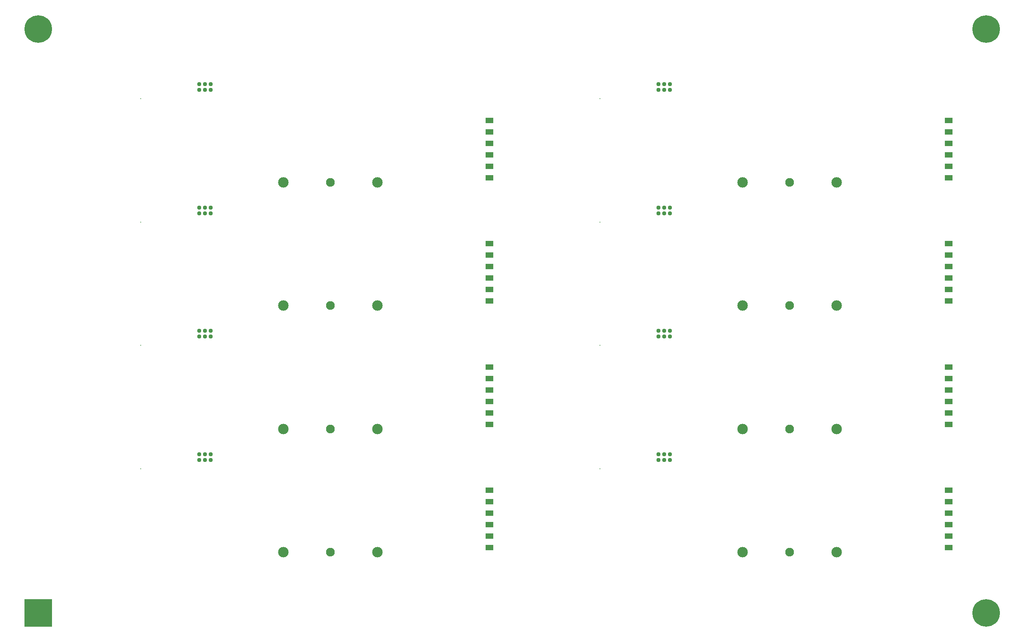
<source format=gbs>
G04 Layer_Color=16711935*
%FSLAX24Y24*%
%MOIN*%
G70*
G01*
G75*
%ADD88R,0.2400X0.2400*%
%ADD89C,0.2400*%
%ADD138C,0.0370*%
%ADD142R,0.0060X0.0060*%
%ADD143C,0.0060*%
%ADD144C,0.0910*%
%ADD145C,0.0760*%
%ADD146R,0.0710X0.0460*%
D88*
X3937Y3937D02*
D03*
D89*
Y54837D02*
D03*
X86567D02*
D03*
Y3937D02*
D03*
D138*
X18974Y17274D02*
D03*
X18474D02*
D03*
X17974D02*
D03*
Y17774D02*
D03*
X18474D02*
D03*
X18974D02*
D03*
X59011Y17274D02*
D03*
X58511D02*
D03*
X58011D02*
D03*
Y17774D02*
D03*
X58511D02*
D03*
X59011D02*
D03*
X18974Y28024D02*
D03*
X18474D02*
D03*
X17974D02*
D03*
Y28524D02*
D03*
X18474D02*
D03*
X18974D02*
D03*
X59011Y28024D02*
D03*
X58511D02*
D03*
X58011D02*
D03*
Y28524D02*
D03*
X58511D02*
D03*
X59011D02*
D03*
X18974Y38775D02*
D03*
X18474D02*
D03*
X17974D02*
D03*
Y39275D02*
D03*
X18474D02*
D03*
X18974D02*
D03*
X59011Y38775D02*
D03*
X58511D02*
D03*
X58011D02*
D03*
Y39275D02*
D03*
X58511D02*
D03*
X59011D02*
D03*
X18974Y49525D02*
D03*
X18474D02*
D03*
X17974D02*
D03*
Y50025D02*
D03*
X18474D02*
D03*
X18974D02*
D03*
X59011Y49525D02*
D03*
X58511D02*
D03*
X58011D02*
D03*
Y50025D02*
D03*
X58511D02*
D03*
X59011D02*
D03*
D142*
X12875Y16510D02*
D03*
X52913D02*
D03*
X12875Y27260D02*
D03*
X52913D02*
D03*
X12875Y38011D02*
D03*
X52913D02*
D03*
X12875Y48761D02*
D03*
X52913D02*
D03*
D143*
X9624Y9574D02*
D03*
X11593D02*
D03*
Y12974D02*
D03*
X9624D02*
D03*
X36374Y17420D02*
D03*
Y18128D02*
D03*
X49661Y9574D02*
D03*
X51630D02*
D03*
Y12974D02*
D03*
X49661D02*
D03*
X76411Y17420D02*
D03*
Y18128D02*
D03*
X9624Y20324D02*
D03*
X11593D02*
D03*
Y23724D02*
D03*
X9624D02*
D03*
X36374Y28170D02*
D03*
Y28879D02*
D03*
X49661Y20324D02*
D03*
X51630D02*
D03*
Y23724D02*
D03*
X49661D02*
D03*
X76411Y28170D02*
D03*
Y28879D02*
D03*
X9624Y31075D02*
D03*
X11593D02*
D03*
Y34475D02*
D03*
X9624D02*
D03*
X36374Y38920D02*
D03*
Y39629D02*
D03*
X49661Y31075D02*
D03*
X51630D02*
D03*
Y34475D02*
D03*
X49661D02*
D03*
X76411Y38920D02*
D03*
Y39629D02*
D03*
X9624Y41825D02*
D03*
X11593D02*
D03*
Y45225D02*
D03*
X9624D02*
D03*
X36374Y49671D02*
D03*
Y50379D02*
D03*
X49661Y41825D02*
D03*
X51630D02*
D03*
Y45225D02*
D03*
X49661D02*
D03*
X76411Y49671D02*
D03*
Y50379D02*
D03*
D144*
X25324Y9224D02*
D03*
X33524D02*
D03*
X65361D02*
D03*
X73561D02*
D03*
X25324Y19974D02*
D03*
X33524D02*
D03*
X65361D02*
D03*
X73561D02*
D03*
X25324Y30725D02*
D03*
X33524D02*
D03*
X65361D02*
D03*
X73561D02*
D03*
X25324Y41475D02*
D03*
X33524D02*
D03*
X65361D02*
D03*
X73561D02*
D03*
D145*
X29424Y9224D02*
D03*
X69461D02*
D03*
X29424Y19974D02*
D03*
X69461D02*
D03*
X29424Y30725D02*
D03*
X69461D02*
D03*
X29424Y41475D02*
D03*
X69461D02*
D03*
D146*
X43274Y14624D02*
D03*
Y13624D02*
D03*
Y11624D02*
D03*
Y12624D02*
D03*
Y9624D02*
D03*
Y10624D02*
D03*
X83311Y14624D02*
D03*
Y13624D02*
D03*
Y11624D02*
D03*
Y12624D02*
D03*
Y9624D02*
D03*
Y10624D02*
D03*
X43274Y25374D02*
D03*
Y24374D02*
D03*
Y22374D02*
D03*
Y23374D02*
D03*
Y20374D02*
D03*
Y21374D02*
D03*
X83311Y25374D02*
D03*
Y24374D02*
D03*
Y22374D02*
D03*
Y23374D02*
D03*
Y20374D02*
D03*
Y21374D02*
D03*
X43274Y36125D02*
D03*
Y35125D02*
D03*
Y33125D02*
D03*
Y34125D02*
D03*
Y31125D02*
D03*
Y32125D02*
D03*
X83311Y36125D02*
D03*
Y35125D02*
D03*
Y33125D02*
D03*
Y34125D02*
D03*
Y31125D02*
D03*
Y32125D02*
D03*
X43274Y46875D02*
D03*
Y45875D02*
D03*
Y43875D02*
D03*
Y44875D02*
D03*
Y41875D02*
D03*
Y42875D02*
D03*
X83311Y46875D02*
D03*
Y45875D02*
D03*
Y43875D02*
D03*
Y44875D02*
D03*
Y41875D02*
D03*
Y42875D02*
D03*
M02*

</source>
